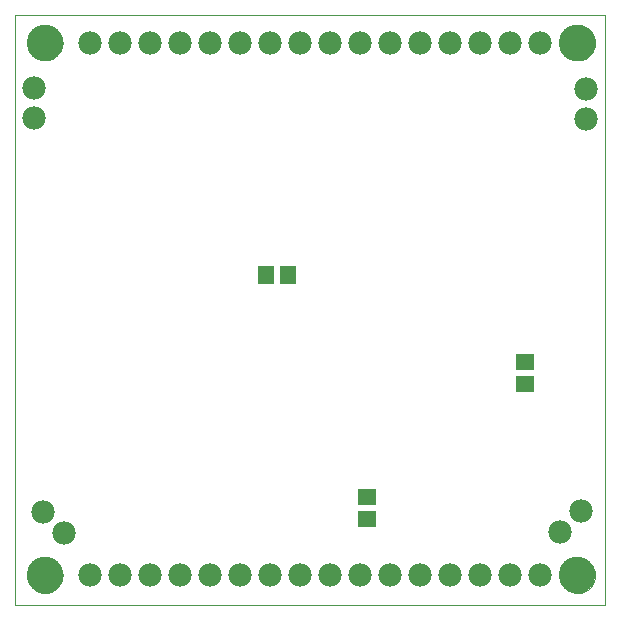
<source format=gbs>
G75*
%MOIN*%
%OFA0B0*%
%FSLAX24Y24*%
%IPPOS*%
%LPD*%
%AMOC8*
5,1,8,0,0,1.08239X$1,22.5*
%
%ADD10C,0.0000*%
%ADD11C,0.1221*%
%ADD12C,0.0780*%
%ADD13R,0.0631X0.0552*%
%ADD14R,0.0552X0.0631*%
D10*
X000100Y000100D02*
X000100Y019785D01*
X019785Y019785D01*
X019785Y000100D01*
X000100Y000100D01*
X000509Y001100D02*
X000511Y001148D01*
X000517Y001196D01*
X000527Y001243D01*
X000540Y001289D01*
X000558Y001334D01*
X000578Y001378D01*
X000603Y001420D01*
X000631Y001459D01*
X000661Y001496D01*
X000695Y001530D01*
X000732Y001562D01*
X000770Y001591D01*
X000811Y001616D01*
X000854Y001638D01*
X000899Y001656D01*
X000945Y001670D01*
X000992Y001681D01*
X001040Y001688D01*
X001088Y001691D01*
X001136Y001690D01*
X001184Y001685D01*
X001232Y001676D01*
X001278Y001664D01*
X001323Y001647D01*
X001367Y001627D01*
X001409Y001604D01*
X001449Y001577D01*
X001487Y001547D01*
X001522Y001514D01*
X001554Y001478D01*
X001584Y001440D01*
X001610Y001399D01*
X001632Y001356D01*
X001652Y001312D01*
X001667Y001267D01*
X001679Y001220D01*
X001687Y001172D01*
X001691Y001124D01*
X001691Y001076D01*
X001687Y001028D01*
X001679Y000980D01*
X001667Y000933D01*
X001652Y000888D01*
X001632Y000844D01*
X001610Y000801D01*
X001584Y000760D01*
X001554Y000722D01*
X001522Y000686D01*
X001487Y000653D01*
X001449Y000623D01*
X001409Y000596D01*
X001367Y000573D01*
X001323Y000553D01*
X001278Y000536D01*
X001232Y000524D01*
X001184Y000515D01*
X001136Y000510D01*
X001088Y000509D01*
X001040Y000512D01*
X000992Y000519D01*
X000945Y000530D01*
X000899Y000544D01*
X000854Y000562D01*
X000811Y000584D01*
X000770Y000609D01*
X000732Y000638D01*
X000695Y000670D01*
X000661Y000704D01*
X000631Y000741D01*
X000603Y000780D01*
X000578Y000822D01*
X000558Y000866D01*
X000540Y000911D01*
X000527Y000957D01*
X000517Y001004D01*
X000511Y001052D01*
X000509Y001100D01*
X000509Y018850D02*
X000511Y018898D01*
X000517Y018946D01*
X000527Y018993D01*
X000540Y019039D01*
X000558Y019084D01*
X000578Y019128D01*
X000603Y019170D01*
X000631Y019209D01*
X000661Y019246D01*
X000695Y019280D01*
X000732Y019312D01*
X000770Y019341D01*
X000811Y019366D01*
X000854Y019388D01*
X000899Y019406D01*
X000945Y019420D01*
X000992Y019431D01*
X001040Y019438D01*
X001088Y019441D01*
X001136Y019440D01*
X001184Y019435D01*
X001232Y019426D01*
X001278Y019414D01*
X001323Y019397D01*
X001367Y019377D01*
X001409Y019354D01*
X001449Y019327D01*
X001487Y019297D01*
X001522Y019264D01*
X001554Y019228D01*
X001584Y019190D01*
X001610Y019149D01*
X001632Y019106D01*
X001652Y019062D01*
X001667Y019017D01*
X001679Y018970D01*
X001687Y018922D01*
X001691Y018874D01*
X001691Y018826D01*
X001687Y018778D01*
X001679Y018730D01*
X001667Y018683D01*
X001652Y018638D01*
X001632Y018594D01*
X001610Y018551D01*
X001584Y018510D01*
X001554Y018472D01*
X001522Y018436D01*
X001487Y018403D01*
X001449Y018373D01*
X001409Y018346D01*
X001367Y018323D01*
X001323Y018303D01*
X001278Y018286D01*
X001232Y018274D01*
X001184Y018265D01*
X001136Y018260D01*
X001088Y018259D01*
X001040Y018262D01*
X000992Y018269D01*
X000945Y018280D01*
X000899Y018294D01*
X000854Y018312D01*
X000811Y018334D01*
X000770Y018359D01*
X000732Y018388D01*
X000695Y018420D01*
X000661Y018454D01*
X000631Y018491D01*
X000603Y018530D01*
X000578Y018572D01*
X000558Y018616D01*
X000540Y018661D01*
X000527Y018707D01*
X000517Y018754D01*
X000511Y018802D01*
X000509Y018850D01*
X018259Y018850D02*
X018261Y018898D01*
X018267Y018946D01*
X018277Y018993D01*
X018290Y019039D01*
X018308Y019084D01*
X018328Y019128D01*
X018353Y019170D01*
X018381Y019209D01*
X018411Y019246D01*
X018445Y019280D01*
X018482Y019312D01*
X018520Y019341D01*
X018561Y019366D01*
X018604Y019388D01*
X018649Y019406D01*
X018695Y019420D01*
X018742Y019431D01*
X018790Y019438D01*
X018838Y019441D01*
X018886Y019440D01*
X018934Y019435D01*
X018982Y019426D01*
X019028Y019414D01*
X019073Y019397D01*
X019117Y019377D01*
X019159Y019354D01*
X019199Y019327D01*
X019237Y019297D01*
X019272Y019264D01*
X019304Y019228D01*
X019334Y019190D01*
X019360Y019149D01*
X019382Y019106D01*
X019402Y019062D01*
X019417Y019017D01*
X019429Y018970D01*
X019437Y018922D01*
X019441Y018874D01*
X019441Y018826D01*
X019437Y018778D01*
X019429Y018730D01*
X019417Y018683D01*
X019402Y018638D01*
X019382Y018594D01*
X019360Y018551D01*
X019334Y018510D01*
X019304Y018472D01*
X019272Y018436D01*
X019237Y018403D01*
X019199Y018373D01*
X019159Y018346D01*
X019117Y018323D01*
X019073Y018303D01*
X019028Y018286D01*
X018982Y018274D01*
X018934Y018265D01*
X018886Y018260D01*
X018838Y018259D01*
X018790Y018262D01*
X018742Y018269D01*
X018695Y018280D01*
X018649Y018294D01*
X018604Y018312D01*
X018561Y018334D01*
X018520Y018359D01*
X018482Y018388D01*
X018445Y018420D01*
X018411Y018454D01*
X018381Y018491D01*
X018353Y018530D01*
X018328Y018572D01*
X018308Y018616D01*
X018290Y018661D01*
X018277Y018707D01*
X018267Y018754D01*
X018261Y018802D01*
X018259Y018850D01*
X018259Y001100D02*
X018261Y001148D01*
X018267Y001196D01*
X018277Y001243D01*
X018290Y001289D01*
X018308Y001334D01*
X018328Y001378D01*
X018353Y001420D01*
X018381Y001459D01*
X018411Y001496D01*
X018445Y001530D01*
X018482Y001562D01*
X018520Y001591D01*
X018561Y001616D01*
X018604Y001638D01*
X018649Y001656D01*
X018695Y001670D01*
X018742Y001681D01*
X018790Y001688D01*
X018838Y001691D01*
X018886Y001690D01*
X018934Y001685D01*
X018982Y001676D01*
X019028Y001664D01*
X019073Y001647D01*
X019117Y001627D01*
X019159Y001604D01*
X019199Y001577D01*
X019237Y001547D01*
X019272Y001514D01*
X019304Y001478D01*
X019334Y001440D01*
X019360Y001399D01*
X019382Y001356D01*
X019402Y001312D01*
X019417Y001267D01*
X019429Y001220D01*
X019437Y001172D01*
X019441Y001124D01*
X019441Y001076D01*
X019437Y001028D01*
X019429Y000980D01*
X019417Y000933D01*
X019402Y000888D01*
X019382Y000844D01*
X019360Y000801D01*
X019334Y000760D01*
X019304Y000722D01*
X019272Y000686D01*
X019237Y000653D01*
X019199Y000623D01*
X019159Y000596D01*
X019117Y000573D01*
X019073Y000553D01*
X019028Y000536D01*
X018982Y000524D01*
X018934Y000515D01*
X018886Y000510D01*
X018838Y000509D01*
X018790Y000512D01*
X018742Y000519D01*
X018695Y000530D01*
X018649Y000544D01*
X018604Y000562D01*
X018561Y000584D01*
X018520Y000609D01*
X018482Y000638D01*
X018445Y000670D01*
X018411Y000704D01*
X018381Y000741D01*
X018353Y000780D01*
X018328Y000822D01*
X018308Y000866D01*
X018290Y000911D01*
X018277Y000957D01*
X018267Y001004D01*
X018261Y001052D01*
X018259Y001100D01*
D11*
X018850Y001100D03*
X018850Y018850D03*
X001100Y018850D03*
X001100Y001100D03*
D12*
X001746Y002496D03*
X001039Y003204D03*
X002600Y001100D03*
X003600Y001100D03*
X004600Y001100D03*
X005600Y001100D03*
X006600Y001100D03*
X007600Y001100D03*
X008600Y001100D03*
X009600Y001100D03*
X010600Y001100D03*
X011600Y001100D03*
X012600Y001100D03*
X013600Y001100D03*
X014600Y001100D03*
X015600Y001100D03*
X016600Y001100D03*
X017600Y001100D03*
X018277Y002527D03*
X018984Y003234D03*
X019130Y016320D03*
X019130Y017320D03*
X017600Y018850D03*
X016600Y018850D03*
X015600Y018850D03*
X014600Y018850D03*
X013600Y018850D03*
X012600Y018850D03*
X011600Y018850D03*
X010600Y018850D03*
X009600Y018850D03*
X008600Y018850D03*
X007600Y018850D03*
X006600Y018850D03*
X005600Y018850D03*
X004600Y018850D03*
X003600Y018850D03*
X002600Y018850D03*
X000746Y017350D03*
X000746Y016350D03*
D13*
X011850Y003724D03*
X011850Y002976D03*
X017100Y007476D03*
X017100Y008224D03*
D14*
X009224Y011100D03*
X008476Y011100D03*
M02*

</source>
